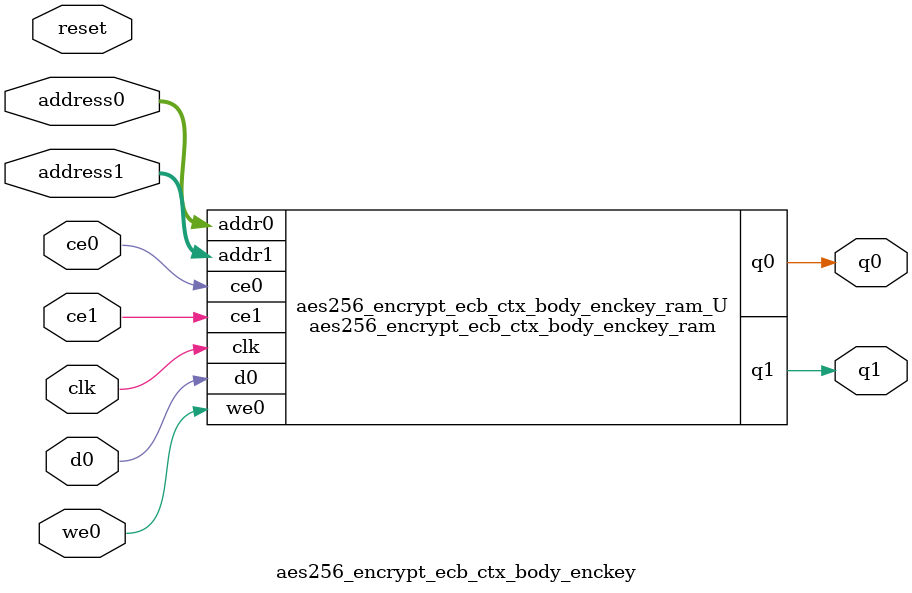
<source format=v>
`timescale 1 ns / 1 ps
module aes256_encrypt_ecb_ctx_body_enckey_ram (addr0, ce0, d0, we0, q0, addr1, ce1, q1,  clk);

parameter DWIDTH = 1;
parameter AWIDTH = 5;
parameter MEM_SIZE = 32;

input[AWIDTH-1:0] addr0;
input ce0;
input[DWIDTH-1:0] d0;
input we0;
output reg[DWIDTH-1:0] q0;
input[AWIDTH-1:0] addr1;
input ce1;
output reg[DWIDTH-1:0] q1;
input clk;

(* ram_style = "distributed" *)reg [DWIDTH-1:0] ram[0:MEM_SIZE-1];




always @(posedge clk)  
begin 
    if (ce0) 
    begin
        if (we0) 
        begin 
            ram[addr0] <= d0; 
        end 
        q0 <= ram[addr0];
    end
end


always @(posedge clk)  
begin 
    if (ce1) 
    begin
        q1 <= ram[addr1];
    end
end


endmodule

`timescale 1 ns / 1 ps
module aes256_encrypt_ecb_ctx_body_enckey(
    reset,
    clk,
    address0,
    ce0,
    we0,
    d0,
    q0,
    address1,
    ce1,
    q1);

parameter DataWidth = 32'd1;
parameter AddressRange = 32'd32;
parameter AddressWidth = 32'd5;
input reset;
input clk;
input[AddressWidth - 1:0] address0;
input ce0;
input we0;
input[DataWidth - 1:0] d0;
output[DataWidth - 1:0] q0;
input[AddressWidth - 1:0] address1;
input ce1;
output[DataWidth - 1:0] q1;



aes256_encrypt_ecb_ctx_body_enckey_ram aes256_encrypt_ecb_ctx_body_enckey_ram_U(
    .clk( clk ),
    .addr0( address0 ),
    .ce0( ce0 ),
    .we0( we0 ),
    .d0( d0 ),
    .q0( q0 ),
    .addr1( address1 ),
    .ce1( ce1 ),
    .q1( q1 ));

endmodule


</source>
